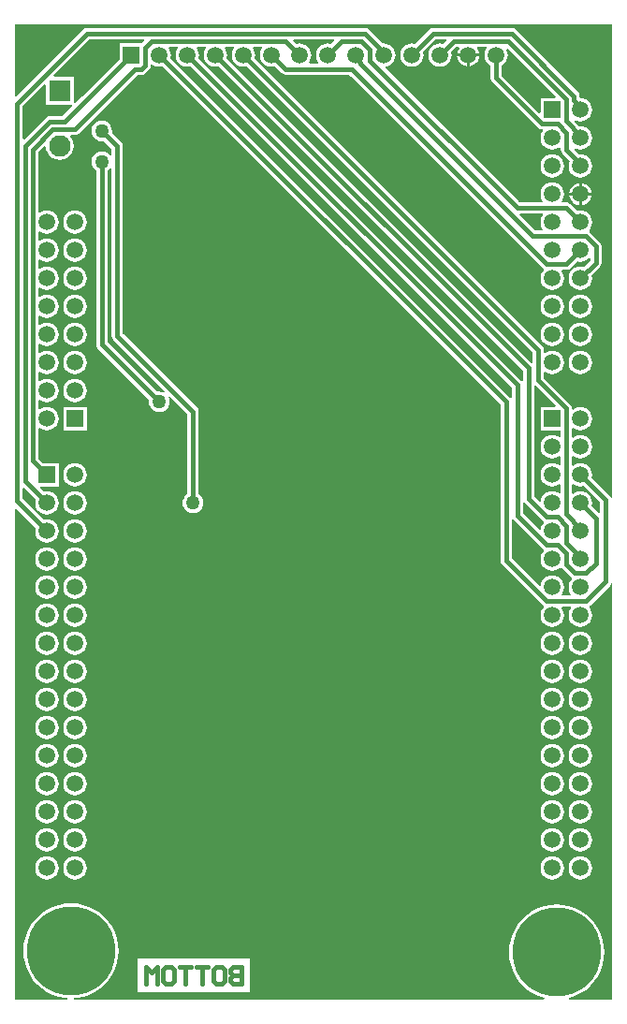
<source format=gbl>
G04*
G04 #@! TF.GenerationSoftware,Altium Limited,Altium Designer,20.0.13 (296)*
G04*
G04 Layer_Physical_Order=2*
G04 Layer_Color=16711680*
%FSLAX25Y25*%
%MOIN*%
G70*
G01*
G75*
%ADD24C,0.01600*%
%ADD25C,0.01787*%
%ADD26C,0.05906*%
%ADD27R,0.05906X0.05906*%
%ADD28R,0.05906X0.05906*%
%ADD29R,0.07677X0.07677*%
%ADD30C,0.07677*%
%ADD31C,0.31496*%
%ADD32C,0.05000*%
G36*
X115376Y343233D02*
X114144Y342001D01*
X114079Y342027D01*
X113000Y342169D01*
X111921Y342027D01*
X110915Y341611D01*
X110052Y340948D01*
X109389Y340085D01*
X108973Y339079D01*
X108830Y338000D01*
X108973Y336921D01*
X109389Y335915D01*
X109681Y335535D01*
X109460Y335086D01*
X106540D01*
X106319Y335535D01*
X106611Y335915D01*
X107027Y336921D01*
X107169Y338000D01*
X107027Y339079D01*
X106611Y340085D01*
X105948Y340948D01*
X105085Y341611D01*
X104079Y342027D01*
X103000Y342169D01*
X101921Y342027D01*
X101856Y342001D01*
X100624Y343233D01*
X100815Y343695D01*
X115185D01*
X115376Y343233D01*
D02*
G37*
G36*
X47814D02*
X46714Y342134D01*
X38866D01*
Y336723D01*
X25529Y323386D01*
X25529Y323386D01*
X22982Y320838D01*
X22520Y321030D01*
Y330362D01*
X15551D01*
X15359Y330824D01*
X28230Y343695D01*
X47622D01*
X47814Y343233D01*
D02*
G37*
G36*
X12480Y327292D02*
Y320323D01*
X21771D01*
X21966Y319823D01*
X18422Y316278D01*
X13938D01*
X13164Y316124D01*
X12509Y315687D01*
X4863Y308040D01*
X4401Y308232D01*
Y319866D01*
X12018Y327483D01*
X12480Y327292D01*
D02*
G37*
G36*
X50915Y334389D02*
X51921Y333973D01*
X53000Y333830D01*
X54079Y333973D01*
X54144Y333999D01*
X174480Y213663D01*
Y158022D01*
X174634Y157249D01*
X175072Y156594D01*
X189528Y142138D01*
X189849Y141923D01*
X189900Y141804D01*
X189923Y141281D01*
X189389Y140585D01*
X188973Y139579D01*
X188830Y138500D01*
X188973Y137421D01*
X189389Y136415D01*
X190052Y135552D01*
X190915Y134889D01*
X191921Y134473D01*
X193000Y134330D01*
X194079Y134473D01*
X195085Y134889D01*
X195948Y135552D01*
X196611Y136415D01*
X197027Y137421D01*
X197169Y138500D01*
X197027Y139579D01*
X196611Y140585D01*
X196308Y140980D01*
X196554Y141480D01*
X199446D01*
X199692Y140980D01*
X199389Y140585D01*
X198973Y139579D01*
X198830Y138500D01*
X198973Y137421D01*
X199389Y136415D01*
X200052Y135552D01*
X200915Y134889D01*
X201921Y134473D01*
X203000Y134330D01*
X204079Y134473D01*
X205085Y134889D01*
X205948Y135552D01*
X206611Y136415D01*
X207027Y137421D01*
X207170Y138500D01*
X207027Y139579D01*
X206611Y140585D01*
X206100Y141251D01*
X206130Y141811D01*
X206176Y141903D01*
X206428Y142072D01*
X213428Y149072D01*
X213866Y149727D01*
X213888Y149836D01*
X214388Y149787D01*
Y49500D01*
Y1612D01*
X198937D01*
X198888Y2112D01*
X198891Y2113D01*
X200992Y2826D01*
X202983Y3808D01*
X204828Y5040D01*
X206496Y6504D01*
X207960Y8172D01*
X209192Y10017D01*
X210174Y12008D01*
X210887Y14109D01*
X211320Y16286D01*
X211466Y18500D01*
X211320Y20714D01*
X210887Y22891D01*
X210174Y24992D01*
X209192Y26983D01*
X207960Y28828D01*
X206496Y30496D01*
X204828Y31960D01*
X202983Y33193D01*
X200992Y34174D01*
X198891Y34887D01*
X196714Y35320D01*
X194500Y35465D01*
X192286Y35320D01*
X190109Y34887D01*
X188008Y34174D01*
X186017Y33193D01*
X184172Y31960D01*
X182504Y30496D01*
X181040Y28828D01*
X179807Y26983D01*
X178826Y24992D01*
X178113Y22891D01*
X177680Y20714D01*
X177534Y18500D01*
X177680Y16286D01*
X178113Y14109D01*
X178826Y12008D01*
X179807Y10017D01*
X181040Y8172D01*
X182504Y6504D01*
X184172Y5040D01*
X186017Y3808D01*
X188008Y2826D01*
X190109Y2113D01*
X190112Y2112D01*
X190062Y1612D01*
X22699D01*
X22683Y2112D01*
X23714Y2180D01*
X25891Y2613D01*
X27992Y3326D01*
X29983Y4307D01*
X31828Y5540D01*
X33496Y7004D01*
X34960Y8672D01*
X36193Y10517D01*
X37174Y12508D01*
X37887Y14609D01*
X38320Y16786D01*
X38465Y19000D01*
X38320Y21214D01*
X37887Y23391D01*
X37174Y25492D01*
X36193Y27483D01*
X34960Y29328D01*
X33496Y30996D01*
X31828Y32460D01*
X29983Y33692D01*
X27992Y34674D01*
X25891Y35387D01*
X23714Y35820D01*
X21500Y35965D01*
X19286Y35820D01*
X17109Y35387D01*
X15008Y34674D01*
X13017Y33692D01*
X11172Y32460D01*
X9504Y30996D01*
X8040Y29328D01*
X6808Y27483D01*
X5826Y25492D01*
X5113Y23391D01*
X4680Y21214D01*
X4535Y19000D01*
X4680Y16786D01*
X5113Y14609D01*
X5826Y12508D01*
X6808Y10517D01*
X8040Y8672D01*
X9504Y7004D01*
X11172Y5540D01*
X13017Y4307D01*
X15008Y3326D01*
X17109Y2613D01*
X19286Y2180D01*
X20317Y2112D01*
X20301Y1612D01*
X1612D01*
Y176378D01*
X2074Y176569D01*
X8999Y169644D01*
X8973Y169579D01*
X8830Y168500D01*
X8973Y167421D01*
X9389Y166415D01*
X10052Y165552D01*
X10915Y164889D01*
X11921Y164473D01*
X13000Y164330D01*
X14079Y164473D01*
X15085Y164889D01*
X15948Y165552D01*
X16611Y166415D01*
X17027Y167421D01*
X17169Y168500D01*
X17027Y169579D01*
X16611Y170585D01*
X15948Y171448D01*
X15085Y172111D01*
X14079Y172527D01*
X13000Y172669D01*
X11921Y172527D01*
X11856Y172501D01*
X4401Y179956D01*
Y183589D01*
X4863Y183781D01*
X8999Y179644D01*
X8973Y179579D01*
X8830Y178500D01*
X8973Y177421D01*
X9389Y176415D01*
X10052Y175552D01*
X10915Y174889D01*
X11921Y174473D01*
X13000Y174330D01*
X14079Y174473D01*
X15085Y174889D01*
X15948Y175552D01*
X16611Y176415D01*
X17027Y177421D01*
X17169Y178500D01*
X17027Y179579D01*
X16611Y180585D01*
X15948Y181448D01*
X15085Y182111D01*
X14079Y182527D01*
X13000Y182669D01*
X11921Y182527D01*
X11856Y182501D01*
X10452Y183904D01*
X10644Y184366D01*
X17134D01*
Y192634D01*
X11723D01*
X10020Y194337D01*
Y204946D01*
X10520Y205192D01*
X10915Y204889D01*
X11921Y204473D01*
X13000Y204330D01*
X14079Y204473D01*
X15085Y204889D01*
X15948Y205552D01*
X16611Y206415D01*
X17027Y207421D01*
X17169Y208500D01*
X17027Y209579D01*
X16611Y210585D01*
X15948Y211448D01*
X15085Y212111D01*
X14079Y212527D01*
X13000Y212669D01*
X11921Y212527D01*
X10915Y212111D01*
X10520Y211808D01*
X10020Y212054D01*
Y214946D01*
X10520Y215192D01*
X10915Y214889D01*
X11921Y214473D01*
X13000Y214331D01*
X14079Y214473D01*
X15085Y214889D01*
X15948Y215552D01*
X16611Y216415D01*
X17027Y217421D01*
X17169Y218500D01*
X17027Y219579D01*
X16611Y220585D01*
X15948Y221448D01*
X15085Y222111D01*
X14079Y222527D01*
X13000Y222670D01*
X11921Y222527D01*
X10915Y222111D01*
X10520Y221808D01*
X10020Y222054D01*
Y224946D01*
X10520Y225192D01*
X10915Y224889D01*
X11921Y224473D01*
X13000Y224330D01*
X14079Y224473D01*
X15085Y224889D01*
X15948Y225552D01*
X16611Y226415D01*
X17027Y227421D01*
X17169Y228500D01*
X17027Y229579D01*
X16611Y230585D01*
X15948Y231448D01*
X15085Y232111D01*
X14079Y232527D01*
X13000Y232669D01*
X11921Y232527D01*
X10915Y232111D01*
X10520Y231808D01*
X10020Y232054D01*
Y234946D01*
X10520Y235192D01*
X10915Y234889D01*
X11921Y234473D01*
X13000Y234331D01*
X14079Y234473D01*
X15085Y234889D01*
X15948Y235552D01*
X16611Y236415D01*
X17027Y237421D01*
X17169Y238500D01*
X17027Y239579D01*
X16611Y240585D01*
X15948Y241448D01*
X15085Y242111D01*
X14079Y242527D01*
X13000Y242670D01*
X11921Y242527D01*
X10915Y242111D01*
X10520Y241808D01*
X10020Y242054D01*
Y244946D01*
X10520Y245192D01*
X10915Y244889D01*
X11921Y244473D01*
X13000Y244331D01*
X14079Y244473D01*
X15085Y244889D01*
X15948Y245552D01*
X16611Y246415D01*
X17027Y247421D01*
X17169Y248500D01*
X17027Y249579D01*
X16611Y250585D01*
X15948Y251448D01*
X15085Y252111D01*
X14079Y252527D01*
X13000Y252670D01*
X11921Y252527D01*
X10915Y252111D01*
X10520Y251808D01*
X10020Y252054D01*
Y254946D01*
X10520Y255192D01*
X10915Y254889D01*
X11921Y254473D01*
X13000Y254330D01*
X14079Y254473D01*
X15085Y254889D01*
X15948Y255552D01*
X16611Y256415D01*
X17027Y257421D01*
X17169Y258500D01*
X17027Y259579D01*
X16611Y260585D01*
X15948Y261448D01*
X15085Y262111D01*
X14079Y262527D01*
X13000Y262669D01*
X11921Y262527D01*
X10915Y262111D01*
X10520Y261808D01*
X10020Y262054D01*
Y264946D01*
X10520Y265192D01*
X10915Y264889D01*
X11921Y264473D01*
X13000Y264331D01*
X14079Y264473D01*
X15085Y264889D01*
X15948Y265552D01*
X16611Y266415D01*
X17027Y267421D01*
X17169Y268500D01*
X17027Y269579D01*
X16611Y270585D01*
X15948Y271448D01*
X15085Y272111D01*
X14079Y272527D01*
X13000Y272670D01*
X11921Y272527D01*
X10915Y272111D01*
X10520Y271808D01*
X10020Y272054D01*
Y274946D01*
X10520Y275192D01*
X10915Y274889D01*
X11921Y274473D01*
X13000Y274330D01*
X14079Y274473D01*
X15085Y274889D01*
X15948Y275552D01*
X16611Y276415D01*
X17027Y277421D01*
X17169Y278500D01*
X17027Y279579D01*
X16611Y280585D01*
X15948Y281448D01*
X15085Y282111D01*
X14079Y282527D01*
X13000Y282669D01*
X11921Y282527D01*
X10915Y282111D01*
X10520Y281808D01*
X10020Y282054D01*
Y303551D01*
X11955Y305486D01*
X12483Y305307D01*
X12609Y304347D01*
X13115Y303126D01*
X13920Y302077D01*
X14968Y301273D01*
X16190Y300767D01*
X17500Y300594D01*
X18810Y300767D01*
X20031Y301273D01*
X21080Y302077D01*
X21885Y303126D01*
X22390Y304347D01*
X22563Y305658D01*
X22390Y306968D01*
X21885Y308189D01*
X21295Y308957D01*
X21542Y309457D01*
X22977D01*
X23750Y309611D01*
X24406Y310049D01*
X45200Y330843D01*
X46571D01*
X47344Y330997D01*
X47999Y331435D01*
X49428Y332864D01*
X49866Y333520D01*
X50020Y334293D01*
Y334446D01*
X50520Y334692D01*
X50915Y334389D01*
D02*
G37*
G36*
X189743Y281046D02*
X189389Y280585D01*
X188973Y279579D01*
X188830Y278500D01*
X188973Y277421D01*
X189389Y276415D01*
X189681Y276034D01*
X189460Y275586D01*
X186770D01*
X181272Y281084D01*
X181464Y281546D01*
X189497D01*
X189743Y281046D01*
D02*
G37*
G36*
X214388Y347500D02*
Y180213D01*
X213888Y180164D01*
X213866Y180273D01*
X213428Y180928D01*
X207001Y187356D01*
X207027Y187421D01*
X207170Y188500D01*
X207027Y189579D01*
X206611Y190585D01*
X205948Y191448D01*
X205085Y192111D01*
X204079Y192527D01*
X203000Y192669D01*
X201921Y192527D01*
X200915Y192111D01*
X200454Y191757D01*
X199954Y192003D01*
Y194997D01*
X200454Y195243D01*
X200915Y194889D01*
X201921Y194473D01*
X203000Y194331D01*
X204079Y194473D01*
X205085Y194889D01*
X205948Y195552D01*
X206611Y196415D01*
X207027Y197421D01*
X207170Y198500D01*
X207027Y199579D01*
X206611Y200585D01*
X205948Y201448D01*
X205085Y202111D01*
X204079Y202527D01*
X203000Y202670D01*
X201921Y202527D01*
X200915Y202111D01*
X200454Y201757D01*
X199954Y202003D01*
Y204997D01*
X200454Y205243D01*
X200915Y204889D01*
X201921Y204473D01*
X203000Y204330D01*
X204079Y204473D01*
X205085Y204889D01*
X205948Y205552D01*
X206611Y206415D01*
X207027Y207421D01*
X207170Y208500D01*
X207027Y209579D01*
X206611Y210585D01*
X205948Y211448D01*
X205085Y212111D01*
X204079Y212527D01*
X203000Y212669D01*
X201921Y212527D01*
X200915Y212111D01*
X200454Y211757D01*
X199954Y212003D01*
Y212273D01*
X199800Y213046D01*
X199362Y213702D01*
X190086Y222978D01*
Y224960D01*
X190534Y225181D01*
X190915Y224889D01*
X191921Y224473D01*
X193000Y224330D01*
X194079Y224473D01*
X195085Y224889D01*
X195948Y225552D01*
X196611Y226415D01*
X197027Y227421D01*
X197169Y228500D01*
X197027Y229579D01*
X196611Y230585D01*
X195948Y231448D01*
X195085Y232111D01*
X194079Y232527D01*
X193000Y232669D01*
X191921Y232527D01*
X190915Y232111D01*
X190534Y231819D01*
X190086Y232040D01*
Y232934D01*
X189932Y233707D01*
X189494Y234362D01*
X87001Y336856D01*
X87027Y336921D01*
X87169Y338000D01*
X87027Y339079D01*
X86611Y340085D01*
X86319Y340465D01*
X86540Y340914D01*
X89460D01*
X89681Y340465D01*
X89389Y340085D01*
X88973Y339079D01*
X88831Y338000D01*
X88973Y336921D01*
X89389Y335915D01*
X90052Y335052D01*
X90915Y334389D01*
X91921Y333973D01*
X93000Y333830D01*
X94079Y333973D01*
X94144Y333999D01*
X96506Y331638D01*
X97161Y331200D01*
X97934Y331046D01*
X120620D01*
X189528Y262138D01*
X189849Y261923D01*
X189900Y261804D01*
X189923Y261281D01*
X189389Y260585D01*
X188973Y259579D01*
X188830Y258500D01*
X188973Y257421D01*
X189389Y256415D01*
X190052Y255552D01*
X190915Y254889D01*
X191921Y254473D01*
X193000Y254330D01*
X194079Y254473D01*
X195085Y254889D01*
X195948Y255552D01*
X196611Y256415D01*
X197027Y257421D01*
X197169Y258500D01*
X197027Y259579D01*
X196611Y260585D01*
X196257Y261046D01*
X196503Y261546D01*
X198066D01*
X198839Y261700D01*
X199494Y262138D01*
X201856Y264499D01*
X201921Y264473D01*
X203000Y264331D01*
X204079Y264473D01*
X205085Y264889D01*
X205948Y265552D01*
X206007Y265628D01*
X206480Y265467D01*
Y264837D01*
X204144Y262501D01*
X204079Y262527D01*
X203000Y262669D01*
X201921Y262527D01*
X200915Y262111D01*
X200052Y261448D01*
X199389Y260585D01*
X198973Y259579D01*
X198830Y258500D01*
X198973Y257421D01*
X199389Y256415D01*
X200052Y255552D01*
X200915Y254889D01*
X201921Y254473D01*
X203000Y254330D01*
X204079Y254473D01*
X205085Y254889D01*
X205948Y255552D01*
X206611Y256415D01*
X207027Y257421D01*
X207170Y258500D01*
X207027Y259579D01*
X207001Y259644D01*
X209928Y262572D01*
X210366Y263227D01*
X210520Y264000D01*
Y269977D01*
X210366Y270750D01*
X209928Y271406D01*
X206340Y274994D01*
X206139Y275129D01*
X206103Y275754D01*
X206611Y276415D01*
X207027Y277421D01*
X207170Y278500D01*
X207027Y279579D01*
X206611Y280585D01*
X205948Y281448D01*
X205085Y282111D01*
X204079Y282527D01*
X203000Y282669D01*
X201921Y282527D01*
X201856Y282501D01*
X199362Y284994D01*
X198707Y285432D01*
X197934Y285586D01*
X196540D01*
X196319Y286034D01*
X196611Y286415D01*
X197027Y287421D01*
X197169Y288500D01*
X197027Y289579D01*
X196611Y290585D01*
X195948Y291448D01*
X195085Y292111D01*
X194079Y292527D01*
X193000Y292670D01*
X191921Y292527D01*
X190915Y292111D01*
X190052Y291448D01*
X189389Y290585D01*
X188973Y289579D01*
X188830Y288500D01*
X188973Y287421D01*
X189389Y286415D01*
X189681Y286034D01*
X189460Y285586D01*
X181293D01*
X133443Y333436D01*
X133603Y333910D01*
X134079Y333973D01*
X135085Y334389D01*
X135948Y335052D01*
X136611Y335915D01*
X137027Y336921D01*
X137170Y338000D01*
X137027Y339079D01*
X136611Y340085D01*
X135948Y340948D01*
X135085Y341611D01*
X134079Y342027D01*
X133000Y342169D01*
X132644Y342123D01*
X127624Y347143D01*
X126969Y347581D01*
X126196Y347735D01*
X27394D01*
X26621Y347581D01*
X25965Y347143D01*
X2074Y323252D01*
X1612Y323443D01*
Y347500D01*
Y348888D01*
X214388D01*
Y347500D01*
D02*
G37*
G36*
X79681Y340465D02*
X79389Y340085D01*
X78973Y339079D01*
X78830Y338000D01*
X78973Y336921D01*
X79389Y335915D01*
X80052Y335052D01*
X80915Y334389D01*
X81921Y333973D01*
X83000Y333830D01*
X84079Y333973D01*
X84144Y333999D01*
X186046Y232097D01*
Y228518D01*
X185546Y228310D01*
X77001Y336856D01*
X77027Y336921D01*
X77170Y338000D01*
X77027Y339079D01*
X76611Y340085D01*
X76319Y340465D01*
X76540Y340914D01*
X79460D01*
X79681Y340465D01*
D02*
G37*
G36*
X69681D02*
X69389Y340085D01*
X68973Y339079D01*
X68831Y338000D01*
X68973Y336921D01*
X69389Y335915D01*
X70052Y335052D01*
X70915Y334389D01*
X71921Y333973D01*
X73000Y333830D01*
X74079Y333973D01*
X74144Y333999D01*
X182480Y225663D01*
Y222002D01*
X181980Y221851D01*
X181928Y221928D01*
X67001Y336856D01*
X67027Y336921D01*
X67169Y338000D01*
X67027Y339079D01*
X66611Y340085D01*
X66319Y340465D01*
X66540Y340914D01*
X69460D01*
X69681Y340465D01*
D02*
G37*
G36*
X59681D02*
X59389Y340085D01*
X58973Y339079D01*
X58830Y338000D01*
X58973Y336921D01*
X59389Y335915D01*
X60052Y335052D01*
X60915Y334389D01*
X61921Y333973D01*
X63000Y333830D01*
X64079Y333973D01*
X64144Y333999D01*
X178480Y219663D01*
Y216002D01*
X177980Y215851D01*
X177928Y215928D01*
X57001Y336856D01*
X57027Y336921D01*
X57170Y338000D01*
X57027Y339079D01*
X56611Y340085D01*
X56319Y340465D01*
X56540Y340914D01*
X59460D01*
X59681Y340465D01*
D02*
G37*
G36*
X194255Y213096D02*
X194063Y212634D01*
X188866D01*
Y204366D01*
X195914D01*
Y202040D01*
X195466Y201819D01*
X195085Y202111D01*
X194079Y202527D01*
X193000Y202670D01*
X191921Y202527D01*
X190915Y202111D01*
X190052Y201448D01*
X189389Y200585D01*
X188973Y199579D01*
X188830Y198500D01*
X188973Y197421D01*
X189389Y196415D01*
X190052Y195552D01*
X190915Y194889D01*
X191921Y194473D01*
X193000Y194331D01*
X194079Y194473D01*
X195085Y194889D01*
X195466Y195181D01*
X195914Y194960D01*
Y192040D01*
X195466Y191819D01*
X195085Y192111D01*
X194079Y192527D01*
X193000Y192669D01*
X191921Y192527D01*
X190915Y192111D01*
X190052Y191448D01*
X189389Y190585D01*
X188973Y189579D01*
X188830Y188500D01*
X188973Y187421D01*
X189389Y186415D01*
X190052Y185552D01*
X190915Y184889D01*
X191921Y184473D01*
X193000Y184330D01*
X194079Y184473D01*
X195085Y184889D01*
X195466Y185181D01*
X195914Y184960D01*
Y182040D01*
X195466Y181819D01*
X195085Y182111D01*
X194079Y182527D01*
X193000Y182669D01*
X191921Y182527D01*
X190915Y182111D01*
X190052Y181448D01*
X189389Y180585D01*
X188973Y179579D01*
X188910Y179103D01*
X188436Y178943D01*
X186520Y180859D01*
Y220124D01*
X187020Y220331D01*
X194255Y213096D01*
D02*
G37*
G36*
X200915Y184889D02*
X201921Y184473D01*
X203000Y184330D01*
X204079Y184473D01*
X204144Y184499D01*
X209980Y178663D01*
Y175084D01*
X209480Y174876D01*
X207001Y177356D01*
X207027Y177421D01*
X207170Y178500D01*
X207027Y179579D01*
X206611Y180585D01*
X205948Y181448D01*
X205085Y182111D01*
X204079Y182527D01*
X203000Y182669D01*
X201921Y182527D01*
X200915Y182111D01*
X200454Y181757D01*
X199954Y182003D01*
Y184997D01*
X200454Y185243D01*
X200915Y184889D01*
D02*
G37*
G36*
X183072Y178594D02*
X189528Y172138D01*
X189849Y171923D01*
X189900Y171804D01*
X189923Y171281D01*
X189389Y170585D01*
X188973Y169579D01*
X188910Y169103D01*
X188436Y168943D01*
X182520Y174859D01*
Y178520D01*
X183020Y178672D01*
X183072Y178594D01*
D02*
G37*
G36*
X179072Y172594D02*
X189528Y162138D01*
X189849Y161923D01*
X189900Y161804D01*
X189923Y161281D01*
X189389Y160585D01*
X188973Y159579D01*
X188830Y158500D01*
X188973Y157421D01*
X189389Y156415D01*
X190052Y155552D01*
X190915Y154889D01*
X191921Y154473D01*
X193000Y154331D01*
X194079Y154473D01*
X195085Y154889D01*
X195746Y155397D01*
X196372Y155361D01*
X196506Y155160D01*
X199528Y152138D01*
X199849Y151923D01*
X199900Y151804D01*
X199923Y151281D01*
X199389Y150585D01*
X198973Y149579D01*
X198830Y148500D01*
X198973Y147421D01*
X199389Y146415D01*
X199692Y146020D01*
X199446Y145520D01*
X196554D01*
X196308Y146020D01*
X196611Y146415D01*
X197027Y147421D01*
X197169Y148500D01*
X197027Y149579D01*
X196611Y150585D01*
X195948Y151448D01*
X195085Y152111D01*
X194079Y152527D01*
X193000Y152670D01*
X191921Y152527D01*
X190915Y152111D01*
X190052Y151448D01*
X189389Y150585D01*
X188973Y149579D01*
X188910Y149103D01*
X188436Y148943D01*
X178520Y158859D01*
Y172520D01*
X179020Y172672D01*
X179072Y172594D01*
D02*
G37*
%LPC*%
G36*
X32500Y314713D02*
X31539Y314586D01*
X30644Y314215D01*
X29875Y313625D01*
X29285Y312856D01*
X28914Y311961D01*
X28787Y311000D01*
X28914Y310039D01*
X29285Y309144D01*
X29875Y308375D01*
X30644Y307785D01*
X31539Y307414D01*
X32500Y307287D01*
X33257Y307387D01*
X35980Y304663D01*
Y302333D01*
X35480Y302163D01*
X35125Y302625D01*
X34356Y303215D01*
X33461Y303586D01*
X32500Y303713D01*
X31539Y303586D01*
X30644Y303215D01*
X29875Y302625D01*
X29285Y301856D01*
X28914Y300961D01*
X28787Y300000D01*
X28914Y299039D01*
X29285Y298144D01*
X29875Y297375D01*
X30480Y296910D01*
Y235000D01*
X30634Y234227D01*
X31072Y233572D01*
X49387Y215257D01*
X49287Y214500D01*
X49414Y213539D01*
X49785Y212644D01*
X50375Y211875D01*
X51144Y211285D01*
X52039Y210914D01*
X53000Y210787D01*
X53961Y210914D01*
X54856Y211285D01*
X55625Y211875D01*
X56215Y212644D01*
X56586Y213539D01*
X56713Y214500D01*
X56586Y215461D01*
X56311Y216125D01*
X56735Y216408D01*
X62980Y210163D01*
Y181590D01*
X62375Y181125D01*
X61785Y180356D01*
X61414Y179461D01*
X61287Y178500D01*
X61414Y177539D01*
X61785Y176644D01*
X62375Y175875D01*
X63144Y175285D01*
X64039Y174914D01*
X65000Y174787D01*
X65961Y174914D01*
X66856Y175285D01*
X67625Y175875D01*
X68215Y176644D01*
X68586Y177539D01*
X68713Y178500D01*
X68586Y179461D01*
X68215Y180356D01*
X67625Y181125D01*
X67020Y181590D01*
Y211000D01*
X66866Y211773D01*
X66428Y212428D01*
X40020Y238837D01*
Y305500D01*
X39866Y306273D01*
X39428Y306928D01*
X36113Y310243D01*
X36213Y311000D01*
X36086Y311961D01*
X35715Y312856D01*
X35125Y313625D01*
X34356Y314215D01*
X33461Y314586D01*
X32500Y314713D01*
D02*
G37*
G36*
X23000Y282669D02*
X21921Y282527D01*
X20915Y282111D01*
X20052Y281448D01*
X19389Y280585D01*
X18973Y279579D01*
X18831Y278500D01*
X18973Y277421D01*
X19389Y276415D01*
X20052Y275552D01*
X20915Y274889D01*
X21921Y274473D01*
X23000Y274330D01*
X24079Y274473D01*
X25085Y274889D01*
X25948Y275552D01*
X26611Y276415D01*
X27027Y277421D01*
X27169Y278500D01*
X27027Y279579D01*
X26611Y280585D01*
X25948Y281448D01*
X25085Y282111D01*
X24079Y282527D01*
X23000Y282669D01*
D02*
G37*
G36*
Y272670D02*
X21921Y272527D01*
X20915Y272111D01*
X20052Y271448D01*
X19389Y270585D01*
X18973Y269579D01*
X18831Y268500D01*
X18973Y267421D01*
X19389Y266415D01*
X20052Y265552D01*
X20915Y264889D01*
X21921Y264473D01*
X23000Y264331D01*
X24079Y264473D01*
X25085Y264889D01*
X25948Y265552D01*
X26611Y266415D01*
X27027Y267421D01*
X27169Y268500D01*
X27027Y269579D01*
X26611Y270585D01*
X25948Y271448D01*
X25085Y272111D01*
X24079Y272527D01*
X23000Y272670D01*
D02*
G37*
G36*
Y262669D02*
X21921Y262527D01*
X20915Y262111D01*
X20052Y261448D01*
X19389Y260585D01*
X18973Y259579D01*
X18831Y258500D01*
X18973Y257421D01*
X19389Y256415D01*
X20052Y255552D01*
X20915Y254889D01*
X21921Y254473D01*
X23000Y254330D01*
X24079Y254473D01*
X25085Y254889D01*
X25948Y255552D01*
X26611Y256415D01*
X27027Y257421D01*
X27169Y258500D01*
X27027Y259579D01*
X26611Y260585D01*
X25948Y261448D01*
X25085Y262111D01*
X24079Y262527D01*
X23000Y262669D01*
D02*
G37*
G36*
Y252670D02*
X21921Y252527D01*
X20915Y252111D01*
X20052Y251448D01*
X19389Y250585D01*
X18973Y249579D01*
X18831Y248500D01*
X18973Y247421D01*
X19389Y246415D01*
X20052Y245552D01*
X20915Y244889D01*
X21921Y244473D01*
X23000Y244331D01*
X24079Y244473D01*
X25085Y244889D01*
X25948Y245552D01*
X26611Y246415D01*
X27027Y247421D01*
X27169Y248500D01*
X27027Y249579D01*
X26611Y250585D01*
X25948Y251448D01*
X25085Y252111D01*
X24079Y252527D01*
X23000Y252670D01*
D02*
G37*
G36*
Y242670D02*
X21921Y242527D01*
X20915Y242111D01*
X20052Y241448D01*
X19389Y240585D01*
X18973Y239579D01*
X18831Y238500D01*
X18973Y237421D01*
X19389Y236415D01*
X20052Y235552D01*
X20915Y234889D01*
X21921Y234473D01*
X23000Y234331D01*
X24079Y234473D01*
X25085Y234889D01*
X25948Y235552D01*
X26611Y236415D01*
X27027Y237421D01*
X27169Y238500D01*
X27027Y239579D01*
X26611Y240585D01*
X25948Y241448D01*
X25085Y242111D01*
X24079Y242527D01*
X23000Y242670D01*
D02*
G37*
G36*
Y232669D02*
X21921Y232527D01*
X20915Y232111D01*
X20052Y231448D01*
X19389Y230585D01*
X18973Y229579D01*
X18831Y228500D01*
X18973Y227421D01*
X19389Y226415D01*
X20052Y225552D01*
X20915Y224889D01*
X21921Y224473D01*
X23000Y224330D01*
X24079Y224473D01*
X25085Y224889D01*
X25948Y225552D01*
X26611Y226415D01*
X27027Y227421D01*
X27169Y228500D01*
X27027Y229579D01*
X26611Y230585D01*
X25948Y231448D01*
X25085Y232111D01*
X24079Y232527D01*
X23000Y232669D01*
D02*
G37*
G36*
Y222670D02*
X21921Y222527D01*
X20915Y222111D01*
X20052Y221448D01*
X19389Y220585D01*
X18973Y219579D01*
X18831Y218500D01*
X18973Y217421D01*
X19389Y216415D01*
X20052Y215552D01*
X20915Y214889D01*
X21921Y214473D01*
X23000Y214331D01*
X24079Y214473D01*
X25085Y214889D01*
X25948Y215552D01*
X26611Y216415D01*
X27027Y217421D01*
X27169Y218500D01*
X27027Y219579D01*
X26611Y220585D01*
X25948Y221448D01*
X25085Y222111D01*
X24079Y222527D01*
X23000Y222670D01*
D02*
G37*
G36*
X27134Y212634D02*
X18866D01*
Y204366D01*
X27134D01*
Y212634D01*
D02*
G37*
G36*
X23000Y192669D02*
X21921Y192527D01*
X20915Y192111D01*
X20052Y191448D01*
X19389Y190585D01*
X18973Y189579D01*
X18831Y188500D01*
X18973Y187421D01*
X19389Y186415D01*
X20052Y185552D01*
X20915Y184889D01*
X21921Y184473D01*
X23000Y184330D01*
X24079Y184473D01*
X25085Y184889D01*
X25948Y185552D01*
X26611Y186415D01*
X27027Y187421D01*
X27169Y188500D01*
X27027Y189579D01*
X26611Y190585D01*
X25948Y191448D01*
X25085Y192111D01*
X24079Y192527D01*
X23000Y192669D01*
D02*
G37*
G36*
Y182669D02*
X21921Y182527D01*
X20915Y182111D01*
X20052Y181448D01*
X19389Y180585D01*
X18973Y179579D01*
X18831Y178500D01*
X18973Y177421D01*
X19389Y176415D01*
X20052Y175552D01*
X20915Y174889D01*
X21921Y174473D01*
X23000Y174330D01*
X24079Y174473D01*
X25085Y174889D01*
X25948Y175552D01*
X26611Y176415D01*
X27027Y177421D01*
X27169Y178500D01*
X27027Y179579D01*
X26611Y180585D01*
X25948Y181448D01*
X25085Y182111D01*
X24079Y182527D01*
X23000Y182669D01*
D02*
G37*
G36*
Y172669D02*
X21921Y172527D01*
X20915Y172111D01*
X20052Y171448D01*
X19389Y170585D01*
X18973Y169579D01*
X18831Y168500D01*
X18973Y167421D01*
X19389Y166415D01*
X20052Y165552D01*
X20915Y164889D01*
X21921Y164473D01*
X23000Y164330D01*
X24079Y164473D01*
X25085Y164889D01*
X25948Y165552D01*
X26611Y166415D01*
X27027Y167421D01*
X27169Y168500D01*
X27027Y169579D01*
X26611Y170585D01*
X25948Y171448D01*
X25085Y172111D01*
X24079Y172527D01*
X23000Y172669D01*
D02*
G37*
G36*
Y162670D02*
X21921Y162527D01*
X20915Y162111D01*
X20052Y161448D01*
X19389Y160585D01*
X18973Y159579D01*
X18831Y158500D01*
X18973Y157421D01*
X19389Y156415D01*
X20052Y155552D01*
X20915Y154889D01*
X21921Y154473D01*
X23000Y154331D01*
X24079Y154473D01*
X25085Y154889D01*
X25948Y155552D01*
X26611Y156415D01*
X27027Y157421D01*
X27169Y158500D01*
X27027Y159579D01*
X26611Y160585D01*
X25948Y161448D01*
X25085Y162111D01*
X24079Y162527D01*
X23000Y162670D01*
D02*
G37*
G36*
X13000D02*
X11921Y162527D01*
X10915Y162111D01*
X10052Y161448D01*
X9389Y160585D01*
X8973Y159579D01*
X8830Y158500D01*
X8973Y157421D01*
X9389Y156415D01*
X10052Y155552D01*
X10915Y154889D01*
X11921Y154473D01*
X13000Y154331D01*
X14079Y154473D01*
X15085Y154889D01*
X15948Y155552D01*
X16611Y156415D01*
X17027Y157421D01*
X17169Y158500D01*
X17027Y159579D01*
X16611Y160585D01*
X15948Y161448D01*
X15085Y162111D01*
X14079Y162527D01*
X13000Y162670D01*
D02*
G37*
G36*
X23000Y152670D02*
X21921Y152527D01*
X20915Y152111D01*
X20052Y151448D01*
X19389Y150585D01*
X18973Y149579D01*
X18831Y148500D01*
X18973Y147421D01*
X19389Y146415D01*
X20052Y145552D01*
X20915Y144889D01*
X21921Y144473D01*
X23000Y144331D01*
X24079Y144473D01*
X25085Y144889D01*
X25948Y145552D01*
X26611Y146415D01*
X27027Y147421D01*
X27169Y148500D01*
X27027Y149579D01*
X26611Y150585D01*
X25948Y151448D01*
X25085Y152111D01*
X24079Y152527D01*
X23000Y152670D01*
D02*
G37*
G36*
X13000D02*
X11921Y152527D01*
X10915Y152111D01*
X10052Y151448D01*
X9389Y150585D01*
X8973Y149579D01*
X8830Y148500D01*
X8973Y147421D01*
X9389Y146415D01*
X10052Y145552D01*
X10915Y144889D01*
X11921Y144473D01*
X13000Y144331D01*
X14079Y144473D01*
X15085Y144889D01*
X15948Y145552D01*
X16611Y146415D01*
X17027Y147421D01*
X17169Y148500D01*
X17027Y149579D01*
X16611Y150585D01*
X15948Y151448D01*
X15085Y152111D01*
X14079Y152527D01*
X13000Y152670D01*
D02*
G37*
G36*
X23000Y142669D02*
X21921Y142527D01*
X20915Y142111D01*
X20052Y141448D01*
X19389Y140585D01*
X18973Y139579D01*
X18831Y138500D01*
X18973Y137421D01*
X19389Y136415D01*
X20052Y135552D01*
X20915Y134889D01*
X21921Y134473D01*
X23000Y134330D01*
X24079Y134473D01*
X25085Y134889D01*
X25948Y135552D01*
X26611Y136415D01*
X27027Y137421D01*
X27169Y138500D01*
X27027Y139579D01*
X26611Y140585D01*
X25948Y141448D01*
X25085Y142111D01*
X24079Y142527D01*
X23000Y142669D01*
D02*
G37*
G36*
X13000D02*
X11921Y142527D01*
X10915Y142111D01*
X10052Y141448D01*
X9389Y140585D01*
X8973Y139579D01*
X8830Y138500D01*
X8973Y137421D01*
X9389Y136415D01*
X10052Y135552D01*
X10915Y134889D01*
X11921Y134473D01*
X13000Y134330D01*
X14079Y134473D01*
X15085Y134889D01*
X15948Y135552D01*
X16611Y136415D01*
X17027Y137421D01*
X17169Y138500D01*
X17027Y139579D01*
X16611Y140585D01*
X15948Y141448D01*
X15085Y142111D01*
X14079Y142527D01*
X13000Y142669D01*
D02*
G37*
G36*
X203000Y132669D02*
X201921Y132527D01*
X200915Y132111D01*
X200052Y131448D01*
X199389Y130585D01*
X198973Y129579D01*
X198830Y128500D01*
X198973Y127421D01*
X199389Y126415D01*
X200052Y125552D01*
X200915Y124889D01*
X201921Y124473D01*
X203000Y124330D01*
X204079Y124473D01*
X205085Y124889D01*
X205948Y125552D01*
X206611Y126415D01*
X207027Y127421D01*
X207170Y128500D01*
X207027Y129579D01*
X206611Y130585D01*
X205948Y131448D01*
X205085Y132111D01*
X204079Y132527D01*
X203000Y132669D01*
D02*
G37*
G36*
X193000D02*
X191921Y132527D01*
X190915Y132111D01*
X190052Y131448D01*
X189389Y130585D01*
X188973Y129579D01*
X188830Y128500D01*
X188973Y127421D01*
X189389Y126415D01*
X190052Y125552D01*
X190915Y124889D01*
X191921Y124473D01*
X193000Y124330D01*
X194079Y124473D01*
X195085Y124889D01*
X195948Y125552D01*
X196611Y126415D01*
X197027Y127421D01*
X197169Y128500D01*
X197027Y129579D01*
X196611Y130585D01*
X195948Y131448D01*
X195085Y132111D01*
X194079Y132527D01*
X193000Y132669D01*
D02*
G37*
G36*
X23000D02*
X21921Y132527D01*
X20915Y132111D01*
X20052Y131448D01*
X19389Y130585D01*
X18973Y129579D01*
X18831Y128500D01*
X18973Y127421D01*
X19389Y126415D01*
X20052Y125552D01*
X20915Y124889D01*
X21921Y124473D01*
X23000Y124330D01*
X24079Y124473D01*
X25085Y124889D01*
X25948Y125552D01*
X26611Y126415D01*
X27027Y127421D01*
X27169Y128500D01*
X27027Y129579D01*
X26611Y130585D01*
X25948Y131448D01*
X25085Y132111D01*
X24079Y132527D01*
X23000Y132669D01*
D02*
G37*
G36*
X13000D02*
X11921Y132527D01*
X10915Y132111D01*
X10052Y131448D01*
X9389Y130585D01*
X8973Y129579D01*
X8830Y128500D01*
X8973Y127421D01*
X9389Y126415D01*
X10052Y125552D01*
X10915Y124889D01*
X11921Y124473D01*
X13000Y124330D01*
X14079Y124473D01*
X15085Y124889D01*
X15948Y125552D01*
X16611Y126415D01*
X17027Y127421D01*
X17169Y128500D01*
X17027Y129579D01*
X16611Y130585D01*
X15948Y131448D01*
X15085Y132111D01*
X14079Y132527D01*
X13000Y132669D01*
D02*
G37*
G36*
X203000Y122669D02*
X201921Y122527D01*
X200915Y122111D01*
X200052Y121448D01*
X199389Y120585D01*
X198973Y119579D01*
X198830Y118500D01*
X198973Y117421D01*
X199389Y116415D01*
X200052Y115552D01*
X200915Y114889D01*
X201921Y114473D01*
X203000Y114330D01*
X204079Y114473D01*
X205085Y114889D01*
X205948Y115552D01*
X206611Y116415D01*
X207027Y117421D01*
X207170Y118500D01*
X207027Y119579D01*
X206611Y120585D01*
X205948Y121448D01*
X205085Y122111D01*
X204079Y122527D01*
X203000Y122669D01*
D02*
G37*
G36*
X193000D02*
X191921Y122527D01*
X190915Y122111D01*
X190052Y121448D01*
X189389Y120585D01*
X188973Y119579D01*
X188830Y118500D01*
X188973Y117421D01*
X189389Y116415D01*
X190052Y115552D01*
X190915Y114889D01*
X191921Y114473D01*
X193000Y114330D01*
X194079Y114473D01*
X195085Y114889D01*
X195948Y115552D01*
X196611Y116415D01*
X197027Y117421D01*
X197169Y118500D01*
X197027Y119579D01*
X196611Y120585D01*
X195948Y121448D01*
X195085Y122111D01*
X194079Y122527D01*
X193000Y122669D01*
D02*
G37*
G36*
X23000D02*
X21921Y122527D01*
X20915Y122111D01*
X20052Y121448D01*
X19389Y120585D01*
X18973Y119579D01*
X18831Y118500D01*
X18973Y117421D01*
X19389Y116415D01*
X20052Y115552D01*
X20915Y114889D01*
X21921Y114473D01*
X23000Y114330D01*
X24079Y114473D01*
X25085Y114889D01*
X25948Y115552D01*
X26611Y116415D01*
X27027Y117421D01*
X27169Y118500D01*
X27027Y119579D01*
X26611Y120585D01*
X25948Y121448D01*
X25085Y122111D01*
X24079Y122527D01*
X23000Y122669D01*
D02*
G37*
G36*
X13000D02*
X11921Y122527D01*
X10915Y122111D01*
X10052Y121448D01*
X9389Y120585D01*
X8973Y119579D01*
X8830Y118500D01*
X8973Y117421D01*
X9389Y116415D01*
X10052Y115552D01*
X10915Y114889D01*
X11921Y114473D01*
X13000Y114330D01*
X14079Y114473D01*
X15085Y114889D01*
X15948Y115552D01*
X16611Y116415D01*
X17027Y117421D01*
X17169Y118500D01*
X17027Y119579D01*
X16611Y120585D01*
X15948Y121448D01*
X15085Y122111D01*
X14079Y122527D01*
X13000Y122669D01*
D02*
G37*
G36*
X203000Y112670D02*
X201921Y112527D01*
X200915Y112111D01*
X200052Y111448D01*
X199389Y110585D01*
X198973Y109579D01*
X198830Y108500D01*
X198973Y107421D01*
X199389Y106415D01*
X200052Y105552D01*
X200915Y104889D01*
X201921Y104473D01*
X203000Y104331D01*
X204079Y104473D01*
X205085Y104889D01*
X205948Y105552D01*
X206611Y106415D01*
X207027Y107421D01*
X207170Y108500D01*
X207027Y109579D01*
X206611Y110585D01*
X205948Y111448D01*
X205085Y112111D01*
X204079Y112527D01*
X203000Y112670D01*
D02*
G37*
G36*
X193000D02*
X191921Y112527D01*
X190915Y112111D01*
X190052Y111448D01*
X189389Y110585D01*
X188973Y109579D01*
X188830Y108500D01*
X188973Y107421D01*
X189389Y106415D01*
X190052Y105552D01*
X190915Y104889D01*
X191921Y104473D01*
X193000Y104331D01*
X194079Y104473D01*
X195085Y104889D01*
X195948Y105552D01*
X196611Y106415D01*
X197027Y107421D01*
X197169Y108500D01*
X197027Y109579D01*
X196611Y110585D01*
X195948Y111448D01*
X195085Y112111D01*
X194079Y112527D01*
X193000Y112670D01*
D02*
G37*
G36*
X23000D02*
X21921Y112527D01*
X20915Y112111D01*
X20052Y111448D01*
X19389Y110585D01*
X18973Y109579D01*
X18831Y108500D01*
X18973Y107421D01*
X19389Y106415D01*
X20052Y105552D01*
X20915Y104889D01*
X21921Y104473D01*
X23000Y104331D01*
X24079Y104473D01*
X25085Y104889D01*
X25948Y105552D01*
X26611Y106415D01*
X27027Y107421D01*
X27169Y108500D01*
X27027Y109579D01*
X26611Y110585D01*
X25948Y111448D01*
X25085Y112111D01*
X24079Y112527D01*
X23000Y112670D01*
D02*
G37*
G36*
X13000D02*
X11921Y112527D01*
X10915Y112111D01*
X10052Y111448D01*
X9389Y110585D01*
X8973Y109579D01*
X8830Y108500D01*
X8973Y107421D01*
X9389Y106415D01*
X10052Y105552D01*
X10915Y104889D01*
X11921Y104473D01*
X13000Y104331D01*
X14079Y104473D01*
X15085Y104889D01*
X15948Y105552D01*
X16611Y106415D01*
X17027Y107421D01*
X17169Y108500D01*
X17027Y109579D01*
X16611Y110585D01*
X15948Y111448D01*
X15085Y112111D01*
X14079Y112527D01*
X13000Y112670D01*
D02*
G37*
G36*
X203000Y102670D02*
X201921Y102527D01*
X200915Y102111D01*
X200052Y101448D01*
X199389Y100585D01*
X198973Y99579D01*
X198830Y98500D01*
X198973Y97421D01*
X199389Y96415D01*
X200052Y95552D01*
X200915Y94889D01*
X201921Y94473D01*
X203000Y94331D01*
X204079Y94473D01*
X205085Y94889D01*
X205948Y95552D01*
X206611Y96415D01*
X207027Y97421D01*
X207170Y98500D01*
X207027Y99579D01*
X206611Y100585D01*
X205948Y101448D01*
X205085Y102111D01*
X204079Y102527D01*
X203000Y102670D01*
D02*
G37*
G36*
X193000D02*
X191921Y102527D01*
X190915Y102111D01*
X190052Y101448D01*
X189389Y100585D01*
X188973Y99579D01*
X188830Y98500D01*
X188973Y97421D01*
X189389Y96415D01*
X190052Y95552D01*
X190915Y94889D01*
X191921Y94473D01*
X193000Y94331D01*
X194079Y94473D01*
X195085Y94889D01*
X195948Y95552D01*
X196611Y96415D01*
X197027Y97421D01*
X197169Y98500D01*
X197027Y99579D01*
X196611Y100585D01*
X195948Y101448D01*
X195085Y102111D01*
X194079Y102527D01*
X193000Y102670D01*
D02*
G37*
G36*
X23000D02*
X21921Y102527D01*
X20915Y102111D01*
X20052Y101448D01*
X19389Y100585D01*
X18973Y99579D01*
X18831Y98500D01*
X18973Y97421D01*
X19389Y96415D01*
X20052Y95552D01*
X20915Y94889D01*
X21921Y94473D01*
X23000Y94331D01*
X24079Y94473D01*
X25085Y94889D01*
X25948Y95552D01*
X26611Y96415D01*
X27027Y97421D01*
X27169Y98500D01*
X27027Y99579D01*
X26611Y100585D01*
X25948Y101448D01*
X25085Y102111D01*
X24079Y102527D01*
X23000Y102670D01*
D02*
G37*
G36*
X13000D02*
X11921Y102527D01*
X10915Y102111D01*
X10052Y101448D01*
X9389Y100585D01*
X8973Y99579D01*
X8830Y98500D01*
X8973Y97421D01*
X9389Y96415D01*
X10052Y95552D01*
X10915Y94889D01*
X11921Y94473D01*
X13000Y94331D01*
X14079Y94473D01*
X15085Y94889D01*
X15948Y95552D01*
X16611Y96415D01*
X17027Y97421D01*
X17169Y98500D01*
X17027Y99579D01*
X16611Y100585D01*
X15948Y101448D01*
X15085Y102111D01*
X14079Y102527D01*
X13000Y102670D01*
D02*
G37*
G36*
X203000Y92669D02*
X201921Y92527D01*
X200915Y92111D01*
X200052Y91448D01*
X199389Y90585D01*
X198973Y89579D01*
X198830Y88500D01*
X198973Y87421D01*
X199389Y86415D01*
X200052Y85552D01*
X200915Y84889D01*
X201921Y84473D01*
X203000Y84330D01*
X204079Y84473D01*
X205085Y84889D01*
X205948Y85552D01*
X206611Y86415D01*
X207027Y87421D01*
X207170Y88500D01*
X207027Y89579D01*
X206611Y90585D01*
X205948Y91448D01*
X205085Y92111D01*
X204079Y92527D01*
X203000Y92669D01*
D02*
G37*
G36*
X193000D02*
X191921Y92527D01*
X190915Y92111D01*
X190052Y91448D01*
X189389Y90585D01*
X188973Y89579D01*
X188830Y88500D01*
X188973Y87421D01*
X189389Y86415D01*
X190052Y85552D01*
X190915Y84889D01*
X191921Y84473D01*
X193000Y84330D01*
X194079Y84473D01*
X195085Y84889D01*
X195948Y85552D01*
X196611Y86415D01*
X197027Y87421D01*
X197169Y88500D01*
X197027Y89579D01*
X196611Y90585D01*
X195948Y91448D01*
X195085Y92111D01*
X194079Y92527D01*
X193000Y92669D01*
D02*
G37*
G36*
X23000D02*
X21921Y92527D01*
X20915Y92111D01*
X20052Y91448D01*
X19389Y90585D01*
X18973Y89579D01*
X18831Y88500D01*
X18973Y87421D01*
X19389Y86415D01*
X20052Y85552D01*
X20915Y84889D01*
X21921Y84473D01*
X23000Y84330D01*
X24079Y84473D01*
X25085Y84889D01*
X25948Y85552D01*
X26611Y86415D01*
X27027Y87421D01*
X27169Y88500D01*
X27027Y89579D01*
X26611Y90585D01*
X25948Y91448D01*
X25085Y92111D01*
X24079Y92527D01*
X23000Y92669D01*
D02*
G37*
G36*
X13000D02*
X11921Y92527D01*
X10915Y92111D01*
X10052Y91448D01*
X9389Y90585D01*
X8973Y89579D01*
X8830Y88500D01*
X8973Y87421D01*
X9389Y86415D01*
X10052Y85552D01*
X10915Y84889D01*
X11921Y84473D01*
X13000Y84330D01*
X14079Y84473D01*
X15085Y84889D01*
X15948Y85552D01*
X16611Y86415D01*
X17027Y87421D01*
X17169Y88500D01*
X17027Y89579D01*
X16611Y90585D01*
X15948Y91448D01*
X15085Y92111D01*
X14079Y92527D01*
X13000Y92669D01*
D02*
G37*
G36*
X203000Y82670D02*
X201921Y82527D01*
X200915Y82111D01*
X200052Y81448D01*
X199389Y80585D01*
X198973Y79579D01*
X198830Y78500D01*
X198973Y77421D01*
X199389Y76415D01*
X200052Y75552D01*
X200915Y74889D01*
X201921Y74473D01*
X203000Y74331D01*
X204079Y74473D01*
X205085Y74889D01*
X205948Y75552D01*
X206611Y76415D01*
X207027Y77421D01*
X207170Y78500D01*
X207027Y79579D01*
X206611Y80585D01*
X205948Y81448D01*
X205085Y82111D01*
X204079Y82527D01*
X203000Y82670D01*
D02*
G37*
G36*
X193000D02*
X191921Y82527D01*
X190915Y82111D01*
X190052Y81448D01*
X189389Y80585D01*
X188973Y79579D01*
X188830Y78500D01*
X188973Y77421D01*
X189389Y76415D01*
X190052Y75552D01*
X190915Y74889D01*
X191921Y74473D01*
X193000Y74331D01*
X194079Y74473D01*
X195085Y74889D01*
X195948Y75552D01*
X196611Y76415D01*
X197027Y77421D01*
X197169Y78500D01*
X197027Y79579D01*
X196611Y80585D01*
X195948Y81448D01*
X195085Y82111D01*
X194079Y82527D01*
X193000Y82670D01*
D02*
G37*
G36*
X23000D02*
X21921Y82527D01*
X20915Y82111D01*
X20052Y81448D01*
X19389Y80585D01*
X18973Y79579D01*
X18831Y78500D01*
X18973Y77421D01*
X19389Y76415D01*
X20052Y75552D01*
X20915Y74889D01*
X21921Y74473D01*
X23000Y74331D01*
X24079Y74473D01*
X25085Y74889D01*
X25948Y75552D01*
X26611Y76415D01*
X27027Y77421D01*
X27169Y78500D01*
X27027Y79579D01*
X26611Y80585D01*
X25948Y81448D01*
X25085Y82111D01*
X24079Y82527D01*
X23000Y82670D01*
D02*
G37*
G36*
X13000D02*
X11921Y82527D01*
X10915Y82111D01*
X10052Y81448D01*
X9389Y80585D01*
X8973Y79579D01*
X8830Y78500D01*
X8973Y77421D01*
X9389Y76415D01*
X10052Y75552D01*
X10915Y74889D01*
X11921Y74473D01*
X13000Y74331D01*
X14079Y74473D01*
X15085Y74889D01*
X15948Y75552D01*
X16611Y76415D01*
X17027Y77421D01*
X17169Y78500D01*
X17027Y79579D01*
X16611Y80585D01*
X15948Y81448D01*
X15085Y82111D01*
X14079Y82527D01*
X13000Y82670D01*
D02*
G37*
G36*
X203000Y72670D02*
X201921Y72527D01*
X200915Y72111D01*
X200052Y71448D01*
X199389Y70585D01*
X198973Y69579D01*
X198830Y68500D01*
X198973Y67421D01*
X199389Y66415D01*
X200052Y65552D01*
X200915Y64889D01*
X201921Y64473D01*
X203000Y64331D01*
X204079Y64473D01*
X205085Y64889D01*
X205948Y65552D01*
X206611Y66415D01*
X207027Y67421D01*
X207170Y68500D01*
X207027Y69579D01*
X206611Y70585D01*
X205948Y71448D01*
X205085Y72111D01*
X204079Y72527D01*
X203000Y72670D01*
D02*
G37*
G36*
X193000D02*
X191921Y72527D01*
X190915Y72111D01*
X190052Y71448D01*
X189389Y70585D01*
X188973Y69579D01*
X188830Y68500D01*
X188973Y67421D01*
X189389Y66415D01*
X190052Y65552D01*
X190915Y64889D01*
X191921Y64473D01*
X193000Y64331D01*
X194079Y64473D01*
X195085Y64889D01*
X195948Y65552D01*
X196611Y66415D01*
X197027Y67421D01*
X197169Y68500D01*
X197027Y69579D01*
X196611Y70585D01*
X195948Y71448D01*
X195085Y72111D01*
X194079Y72527D01*
X193000Y72670D01*
D02*
G37*
G36*
X23000D02*
X21921Y72527D01*
X20915Y72111D01*
X20052Y71448D01*
X19389Y70585D01*
X18973Y69579D01*
X18831Y68500D01*
X18973Y67421D01*
X19389Y66415D01*
X20052Y65552D01*
X20915Y64889D01*
X21921Y64473D01*
X23000Y64331D01*
X24079Y64473D01*
X25085Y64889D01*
X25948Y65552D01*
X26611Y66415D01*
X27027Y67421D01*
X27169Y68500D01*
X27027Y69579D01*
X26611Y70585D01*
X25948Y71448D01*
X25085Y72111D01*
X24079Y72527D01*
X23000Y72670D01*
D02*
G37*
G36*
X13000D02*
X11921Y72527D01*
X10915Y72111D01*
X10052Y71448D01*
X9389Y70585D01*
X8973Y69579D01*
X8830Y68500D01*
X8973Y67421D01*
X9389Y66415D01*
X10052Y65552D01*
X10915Y64889D01*
X11921Y64473D01*
X13000Y64331D01*
X14079Y64473D01*
X15085Y64889D01*
X15948Y65552D01*
X16611Y66415D01*
X17027Y67421D01*
X17169Y68500D01*
X17027Y69579D01*
X16611Y70585D01*
X15948Y71448D01*
X15085Y72111D01*
X14079Y72527D01*
X13000Y72670D01*
D02*
G37*
G36*
X203000Y62669D02*
X201921Y62527D01*
X200915Y62111D01*
X200052Y61448D01*
X199389Y60585D01*
X198973Y59579D01*
X198830Y58500D01*
X198973Y57421D01*
X199389Y56415D01*
X200052Y55552D01*
X200915Y54889D01*
X201921Y54473D01*
X203000Y54330D01*
X204079Y54473D01*
X205085Y54889D01*
X205948Y55552D01*
X206611Y56415D01*
X207027Y57421D01*
X207170Y58500D01*
X207027Y59579D01*
X206611Y60585D01*
X205948Y61448D01*
X205085Y62111D01*
X204079Y62527D01*
X203000Y62669D01*
D02*
G37*
G36*
X193000D02*
X191921Y62527D01*
X190915Y62111D01*
X190052Y61448D01*
X189389Y60585D01*
X188973Y59579D01*
X188830Y58500D01*
X188973Y57421D01*
X189389Y56415D01*
X190052Y55552D01*
X190915Y54889D01*
X191921Y54473D01*
X193000Y54330D01*
X194079Y54473D01*
X195085Y54889D01*
X195948Y55552D01*
X196611Y56415D01*
X197027Y57421D01*
X197169Y58500D01*
X197027Y59579D01*
X196611Y60585D01*
X195948Y61448D01*
X195085Y62111D01*
X194079Y62527D01*
X193000Y62669D01*
D02*
G37*
G36*
X23000D02*
X21921Y62527D01*
X20915Y62111D01*
X20052Y61448D01*
X19389Y60585D01*
X18973Y59579D01*
X18831Y58500D01*
X18973Y57421D01*
X19389Y56415D01*
X20052Y55552D01*
X20915Y54889D01*
X21921Y54473D01*
X23000Y54330D01*
X24079Y54473D01*
X25085Y54889D01*
X25948Y55552D01*
X26611Y56415D01*
X27027Y57421D01*
X27169Y58500D01*
X27027Y59579D01*
X26611Y60585D01*
X25948Y61448D01*
X25085Y62111D01*
X24079Y62527D01*
X23000Y62669D01*
D02*
G37*
G36*
X13000D02*
X11921Y62527D01*
X10915Y62111D01*
X10052Y61448D01*
X9389Y60585D01*
X8973Y59579D01*
X8830Y58500D01*
X8973Y57421D01*
X9389Y56415D01*
X10052Y55552D01*
X10915Y54889D01*
X11921Y54473D01*
X13000Y54330D01*
X14079Y54473D01*
X15085Y54889D01*
X15948Y55552D01*
X16611Y56415D01*
X17027Y57421D01*
X17169Y58500D01*
X17027Y59579D01*
X16611Y60585D01*
X15948Y61448D01*
X15085Y62111D01*
X14079Y62527D01*
X13000Y62669D01*
D02*
G37*
G36*
X203000Y52670D02*
X201921Y52527D01*
X200915Y52111D01*
X200052Y51448D01*
X199389Y50585D01*
X198973Y49579D01*
X198830Y48500D01*
X198973Y47421D01*
X199389Y46415D01*
X200052Y45552D01*
X200915Y44889D01*
X201921Y44473D01*
X203000Y44330D01*
X204079Y44473D01*
X205085Y44889D01*
X205948Y45552D01*
X206611Y46415D01*
X207027Y47421D01*
X207170Y48500D01*
X207027Y49579D01*
X206611Y50585D01*
X205948Y51448D01*
X205085Y52111D01*
X204079Y52527D01*
X203000Y52670D01*
D02*
G37*
G36*
X193000D02*
X191921Y52527D01*
X190915Y52111D01*
X190052Y51448D01*
X189389Y50585D01*
X188973Y49579D01*
X188830Y48500D01*
X188973Y47421D01*
X189389Y46415D01*
X190052Y45552D01*
X190915Y44889D01*
X191921Y44473D01*
X193000Y44330D01*
X194079Y44473D01*
X195085Y44889D01*
X195948Y45552D01*
X196611Y46415D01*
X197027Y47421D01*
X197169Y48500D01*
X197027Y49579D01*
X196611Y50585D01*
X195948Y51448D01*
X195085Y52111D01*
X194079Y52527D01*
X193000Y52670D01*
D02*
G37*
G36*
X23000D02*
X21921Y52527D01*
X20915Y52111D01*
X20052Y51448D01*
X19389Y50585D01*
X18973Y49579D01*
X18831Y48500D01*
X18973Y47421D01*
X19389Y46415D01*
X20052Y45552D01*
X20915Y44889D01*
X21921Y44473D01*
X23000Y44330D01*
X24079Y44473D01*
X25085Y44889D01*
X25948Y45552D01*
X26611Y46415D01*
X27027Y47421D01*
X27169Y48500D01*
X27027Y49579D01*
X26611Y50585D01*
X25948Y51448D01*
X25085Y52111D01*
X24079Y52527D01*
X23000Y52670D01*
D02*
G37*
G36*
X13000D02*
X11921Y52527D01*
X10915Y52111D01*
X10052Y51448D01*
X9389Y50585D01*
X8973Y49579D01*
X8830Y48500D01*
X8973Y47421D01*
X9389Y46415D01*
X10052Y45552D01*
X10915Y44889D01*
X11921Y44473D01*
X13000Y44330D01*
X14079Y44473D01*
X15085Y44889D01*
X15948Y45552D01*
X16611Y46415D01*
X17027Y47421D01*
X17169Y48500D01*
X17027Y49579D01*
X16611Y50585D01*
X15948Y51448D01*
X15085Y52111D01*
X14079Y52527D01*
X13000Y52670D01*
D02*
G37*
G36*
X85181Y16254D02*
X45255D01*
Y4319D01*
X85181D01*
Y16254D01*
D02*
G37*
%LPD*%
G36*
X35980Y297667D02*
Y238000D01*
X36134Y237227D01*
X36572Y236572D01*
X54908Y218235D01*
X54625Y217811D01*
X53961Y218086D01*
X53000Y218213D01*
X52243Y218113D01*
X34520Y235837D01*
Y296910D01*
X35125Y297375D01*
X35480Y297837D01*
X35980Y297667D01*
D02*
G37*
%LPC*%
G36*
X178425Y347735D02*
X150715D01*
X149942Y347581D01*
X149287Y347143D01*
X144144Y342001D01*
X144079Y342027D01*
X143000Y342169D01*
X141921Y342027D01*
X140915Y341611D01*
X140052Y340948D01*
X139389Y340085D01*
X138973Y339079D01*
X138830Y338000D01*
X138973Y336921D01*
X139389Y335915D01*
X140052Y335052D01*
X140915Y334389D01*
X141921Y333973D01*
X143000Y333830D01*
X144079Y333973D01*
X145085Y334389D01*
X145948Y335052D01*
X146611Y335915D01*
X147027Y336921D01*
X147169Y338000D01*
X147027Y339079D01*
X147001Y339144D01*
X151552Y343695D01*
X155185D01*
X155377Y343233D01*
X154144Y342001D01*
X154079Y342027D01*
X153000Y342169D01*
X151921Y342027D01*
X150915Y341611D01*
X150052Y340948D01*
X149389Y340085D01*
X148973Y339079D01*
X148830Y338000D01*
X148973Y336921D01*
X149389Y335915D01*
X150052Y335052D01*
X150915Y334389D01*
X151921Y333973D01*
X153000Y333830D01*
X154079Y333973D01*
X155085Y334389D01*
X155948Y335052D01*
X156611Y335915D01*
X157027Y336921D01*
X157169Y338000D01*
X157027Y339079D01*
X157001Y339144D01*
X158771Y340914D01*
X159623D01*
X159870Y340414D01*
X159547Y339993D01*
X159149Y339032D01*
X159079Y338500D01*
X166921D01*
X166851Y339032D01*
X166453Y339993D01*
X166130Y340414D01*
X166377Y340914D01*
X169460D01*
X169681Y340465D01*
X169389Y340085D01*
X168973Y339079D01*
X168831Y338000D01*
X168973Y336921D01*
X169389Y335915D01*
X170052Y335052D01*
X170915Y334389D01*
X170980Y334362D01*
Y329793D01*
X171134Y329020D01*
X171572Y328364D01*
X187798Y312138D01*
X188454Y311700D01*
X189227Y311546D01*
X189497D01*
X189743Y311046D01*
X189389Y310585D01*
X188973Y309579D01*
X188830Y308500D01*
X188973Y307421D01*
X189389Y306415D01*
X190052Y305552D01*
X190915Y304889D01*
X191921Y304473D01*
X193000Y304330D01*
X194079Y304473D01*
X195085Y304889D01*
X195546Y305243D01*
X196046Y304997D01*
Y304345D01*
X196200Y303572D01*
X196638Y302916D01*
X199266Y300288D01*
X198973Y299579D01*
X198830Y298500D01*
X198973Y297421D01*
X199389Y296415D01*
X200052Y295552D01*
X200915Y294889D01*
X201921Y294473D01*
X203000Y294331D01*
X204079Y294473D01*
X205085Y294889D01*
X205948Y295552D01*
X206611Y296415D01*
X207027Y297421D01*
X207170Y298500D01*
X207027Y299579D01*
X206611Y300585D01*
X205948Y301448D01*
X205085Y302111D01*
X204079Y302527D01*
X203000Y302670D01*
X202644Y302623D01*
X200922Y304345D01*
X201205Y304769D01*
X201921Y304473D01*
X203000Y304330D01*
X204079Y304473D01*
X205085Y304889D01*
X205948Y305552D01*
X206611Y306415D01*
X207027Y307421D01*
X207170Y308500D01*
X207027Y309579D01*
X206611Y310585D01*
X205948Y311448D01*
X205085Y312111D01*
X204079Y312527D01*
X203000Y312669D01*
X202644Y312623D01*
X200922Y314345D01*
X201205Y314769D01*
X201921Y314473D01*
X203000Y314331D01*
X204079Y314473D01*
X205085Y314889D01*
X205948Y315552D01*
X206611Y316415D01*
X207027Y317421D01*
X207170Y318500D01*
X207027Y319579D01*
X206611Y320585D01*
X205948Y321448D01*
X205085Y322111D01*
X204079Y322527D01*
X203000Y322670D01*
X202735Y323108D01*
Y323425D01*
X202581Y324198D01*
X202143Y324854D01*
X179854Y347143D01*
X179198Y347581D01*
X178425Y347735D01*
D02*
G37*
G36*
X166921Y337500D02*
X163500D01*
Y334079D01*
X164032Y334149D01*
X164993Y334547D01*
X165819Y335181D01*
X166453Y336007D01*
X166851Y336968D01*
X166921Y337500D01*
D02*
G37*
G36*
X162500D02*
X159079D01*
X159149Y336968D01*
X159547Y336007D01*
X160181Y335181D01*
X161007Y334547D01*
X161968Y334149D01*
X162500Y334079D01*
Y337500D01*
D02*
G37*
G36*
X193000Y302670D02*
X191921Y302527D01*
X190915Y302111D01*
X190052Y301448D01*
X189389Y300585D01*
X188973Y299579D01*
X188830Y298500D01*
X188973Y297421D01*
X189389Y296415D01*
X190052Y295552D01*
X190915Y294889D01*
X191921Y294473D01*
X193000Y294331D01*
X194079Y294473D01*
X195085Y294889D01*
X195948Y295552D01*
X196611Y296415D01*
X197027Y297421D01*
X197169Y298500D01*
X197027Y299579D01*
X196611Y300585D01*
X195948Y301448D01*
X195085Y302111D01*
X194079Y302527D01*
X193000Y302670D01*
D02*
G37*
G36*
X203500Y292421D02*
Y289000D01*
X206921D01*
X206851Y289532D01*
X206453Y290493D01*
X205819Y291319D01*
X204993Y291953D01*
X204032Y292351D01*
X203500Y292421D01*
D02*
G37*
G36*
X202500D02*
X201968Y292351D01*
X201007Y291953D01*
X200181Y291319D01*
X199547Y290493D01*
X199149Y289532D01*
X199079Y289000D01*
X202500D01*
Y292421D01*
D02*
G37*
G36*
X206921Y288000D02*
X203500D01*
Y284579D01*
X204032Y284649D01*
X204993Y285047D01*
X205819Y285681D01*
X206453Y286507D01*
X206851Y287468D01*
X206921Y288000D01*
D02*
G37*
G36*
X202500D02*
X199079D01*
X199149Y287468D01*
X199547Y286507D01*
X200181Y285681D01*
X201007Y285047D01*
X201968Y284649D01*
X202500Y284579D01*
Y288000D01*
D02*
G37*
G36*
X203000Y252670D02*
X201921Y252527D01*
X200915Y252111D01*
X200052Y251448D01*
X199389Y250585D01*
X198973Y249579D01*
X198830Y248500D01*
X198973Y247421D01*
X199389Y246415D01*
X200052Y245552D01*
X200915Y244889D01*
X201921Y244473D01*
X203000Y244331D01*
X204079Y244473D01*
X205085Y244889D01*
X205948Y245552D01*
X206611Y246415D01*
X207027Y247421D01*
X207170Y248500D01*
X207027Y249579D01*
X206611Y250585D01*
X205948Y251448D01*
X205085Y252111D01*
X204079Y252527D01*
X203000Y252670D01*
D02*
G37*
G36*
X193000D02*
X191921Y252527D01*
X190915Y252111D01*
X190052Y251448D01*
X189389Y250585D01*
X188973Y249579D01*
X188830Y248500D01*
X188973Y247421D01*
X189389Y246415D01*
X190052Y245552D01*
X190915Y244889D01*
X191921Y244473D01*
X193000Y244331D01*
X194079Y244473D01*
X195085Y244889D01*
X195948Y245552D01*
X196611Y246415D01*
X197027Y247421D01*
X197169Y248500D01*
X197027Y249579D01*
X196611Y250585D01*
X195948Y251448D01*
X195085Y252111D01*
X194079Y252527D01*
X193000Y252670D01*
D02*
G37*
G36*
X203000Y242670D02*
X201921Y242527D01*
X200915Y242111D01*
X200052Y241448D01*
X199389Y240585D01*
X198973Y239579D01*
X198830Y238500D01*
X198973Y237421D01*
X199389Y236415D01*
X200052Y235552D01*
X200915Y234889D01*
X201921Y234473D01*
X203000Y234331D01*
X204079Y234473D01*
X205085Y234889D01*
X205948Y235552D01*
X206611Y236415D01*
X207027Y237421D01*
X207170Y238500D01*
X207027Y239579D01*
X206611Y240585D01*
X205948Y241448D01*
X205085Y242111D01*
X204079Y242527D01*
X203000Y242670D01*
D02*
G37*
G36*
X193000D02*
X191921Y242527D01*
X190915Y242111D01*
X190052Y241448D01*
X189389Y240585D01*
X188973Y239579D01*
X188830Y238500D01*
X188973Y237421D01*
X189389Y236415D01*
X190052Y235552D01*
X190915Y234889D01*
X191921Y234473D01*
X193000Y234331D01*
X194079Y234473D01*
X195085Y234889D01*
X195948Y235552D01*
X196611Y236415D01*
X197027Y237421D01*
X197169Y238500D01*
X197027Y239579D01*
X196611Y240585D01*
X195948Y241448D01*
X195085Y242111D01*
X194079Y242527D01*
X193000Y242670D01*
D02*
G37*
G36*
X203000Y232669D02*
X201921Y232527D01*
X200915Y232111D01*
X200052Y231448D01*
X199389Y230585D01*
X198973Y229579D01*
X198830Y228500D01*
X198973Y227421D01*
X199389Y226415D01*
X200052Y225552D01*
X200915Y224889D01*
X201921Y224473D01*
X203000Y224330D01*
X204079Y224473D01*
X205085Y224889D01*
X205948Y225552D01*
X206611Y226415D01*
X207027Y227421D01*
X207170Y228500D01*
X207027Y229579D01*
X206611Y230585D01*
X205948Y231448D01*
X205085Y232111D01*
X204079Y232527D01*
X203000Y232669D01*
D02*
G37*
%LPD*%
G36*
X194255Y323096D02*
X194063Y322634D01*
X188866D01*
Y317437D01*
X188404Y317245D01*
X175020Y330629D01*
Y334362D01*
X175085Y334389D01*
X175948Y335052D01*
X176611Y335915D01*
X177027Y336921D01*
X177170Y338000D01*
X177027Y339079D01*
X176611Y340085D01*
X177024Y340326D01*
X194255Y323096D01*
D02*
G37*
D24*
X65000Y178500D02*
Y211000D01*
X38000Y238000D02*
X65000Y211000D01*
X32500Y235000D02*
X53000Y214500D01*
X32500Y235000D02*
Y300000D01*
Y311000D02*
X38000Y305500D01*
Y238000D02*
Y305500D01*
X46571Y332863D02*
X48000Y334293D01*
X44363Y332863D02*
X46571D01*
X22977Y311477D02*
X44363Y332863D01*
X48000Y334293D02*
Y340563D01*
X15089Y311477D02*
X22977D01*
X203000Y188500D02*
X212000Y179500D01*
Y150500D02*
Y179500D01*
X205000Y143500D02*
X212000Y150500D01*
X196000Y143500D02*
X205000D01*
X195934Y143566D02*
X196000Y143500D01*
X190956Y143566D02*
X195934D01*
X180500Y174022D02*
Y220500D01*
X203000Y158500D02*
Y159411D01*
X190956Y173566D02*
X194911D01*
X184500Y180023D02*
X190956Y173566D01*
X180500Y174022D02*
X190956Y163566D01*
X194911D02*
X197934Y160544D01*
Y156589D02*
Y160544D01*
X198066Y164345D02*
X203000Y159411D01*
X198066Y164345D02*
Y170411D01*
X176500Y158022D02*
X190956Y143566D01*
X184500Y180023D02*
Y226500D01*
X194911Y173566D02*
X198066Y170411D01*
X190956Y163566D02*
X194911D01*
X197934Y156589D02*
X200956Y153566D01*
X205044D01*
X208500Y157023D01*
Y173000D01*
X63000Y338000D02*
X180500Y220500D01*
X203000Y178500D02*
X208500Y173000D01*
X53000Y338000D02*
X176500Y214500D01*
Y158022D02*
Y214500D01*
X203000Y168500D02*
Y169411D01*
X197934Y174477D02*
Y212273D01*
Y174477D02*
X203000Y169411D01*
X73000Y338000D02*
X184500Y226500D01*
X188066Y222141D02*
X197934Y212273D01*
X188066Y222141D02*
Y232934D01*
X126196Y345715D02*
X133000Y338911D01*
X98066Y342934D02*
X103000Y338000D01*
X50371Y342934D02*
X98066D01*
X48000Y340563D02*
X50371Y342934D01*
X27394Y345715D02*
X126196D01*
X2381Y320703D02*
X27394Y345715D01*
X83000Y338000D02*
X188066Y232934D01*
X121456Y333066D02*
X190956Y263566D01*
X97934Y333066D02*
X121456D01*
X198066Y263566D02*
X203000Y268500D01*
X190956Y263566D02*
X198066D01*
X185934Y273566D02*
X204911D01*
X128066Y335956D02*
X180456Y283566D01*
X197934D02*
X203000Y278500D01*
X145500Y314000D02*
X185934Y273566D01*
X180456Y283566D02*
X197934D01*
X123000Y336835D02*
Y338000D01*
X124435Y335065D02*
Y335400D01*
X145500Y314000D02*
Y314000D01*
X123000Y336835D02*
X124435Y335400D01*
Y335065D02*
X145500Y314000D01*
X93000Y338000D02*
X97934Y333066D01*
X203000Y258500D02*
X208500Y264000D01*
X204911Y273566D02*
X208500Y269977D01*
Y264000D02*
Y269977D01*
X128066Y335956D02*
Y338434D01*
X128000Y338500D02*
Y339978D01*
X125044Y342934D02*
X128000Y339978D01*
Y338500D02*
X128066Y338434D01*
X2381Y179119D02*
Y320703D01*
X133000Y338000D02*
Y338911D01*
X117934Y342934D02*
X125044D01*
X113000Y338000D02*
X117934Y342934D01*
X173000Y329793D02*
Y338000D01*
Y329793D02*
X189227Y313566D01*
X194911D01*
X198066Y304345D02*
X203000Y299411D01*
X198066Y304345D02*
Y310411D01*
X203000Y298500D02*
Y299411D01*
Y308500D02*
Y309411D01*
X197934Y314477D02*
X203000Y309411D01*
X197934Y314477D02*
Y322273D01*
X194911Y313566D02*
X198066Y310411D01*
X157934Y342934D02*
X177273D01*
X150715Y345715D02*
X178425D01*
X200715Y321950D02*
Y323425D01*
X143000Y338000D02*
X150715Y345715D01*
X178425D02*
X200715Y323425D01*
X177273Y342934D02*
X197934Y322273D01*
X203000Y318500D02*
Y319665D01*
X200715Y321950D02*
X203000Y319665D01*
X153000Y338000D02*
X157934Y342934D01*
X19258Y314258D02*
X23533Y318533D01*
X13938Y314258D02*
X19258D01*
X23533Y318533D02*
Y318533D01*
X26958Y321958D02*
X26958D01*
X23533Y318533D02*
X26958Y321958D01*
X2381Y179119D02*
X13000Y168500D01*
X8000Y193500D02*
Y304388D01*
X5219Y186281D02*
Y305540D01*
Y186281D02*
X13000Y178500D01*
X8000Y193500D02*
X13000Y188500D01*
X5219Y305540D02*
X13938Y314258D01*
X8000Y304388D02*
X15089Y311477D01*
X26958Y321958D02*
X43000Y338000D01*
D25*
X82213Y13285D02*
Y7287D01*
X79214D01*
X78214Y8287D01*
Y9287D01*
X79214Y10286D01*
X82213D01*
X79214D01*
X78214Y11286D01*
Y12286D01*
X79214Y13285D01*
X82213D01*
X73216D02*
X75215D01*
X76214Y12286D01*
Y8287D01*
X75215Y7287D01*
X73216D01*
X72216Y8287D01*
Y12286D01*
X73216Y13285D01*
X70217D02*
X66218D01*
X68217D01*
Y7287D01*
X64218Y13285D02*
X60220D01*
X62219D01*
Y7287D01*
X55221Y13285D02*
X57221D01*
X58220Y12286D01*
Y8287D01*
X57221Y7287D01*
X55221D01*
X54222Y8287D01*
Y12286D01*
X55221Y13285D01*
X52222Y7287D02*
Y13285D01*
X50223Y11286D01*
X48224Y13285D01*
Y7287D01*
D26*
X23000Y48500D02*
D03*
X13000D02*
D03*
X23000Y58500D02*
D03*
X13000D02*
D03*
X23000Y68500D02*
D03*
X13000D02*
D03*
X23000Y78500D02*
D03*
X13000D02*
D03*
X23000Y88500D02*
D03*
X13000D02*
D03*
X23000Y98500D02*
D03*
X13000D02*
D03*
X23000Y108500D02*
D03*
X13000D02*
D03*
X23000Y118500D02*
D03*
X13000D02*
D03*
X23000Y128500D02*
D03*
X13000D02*
D03*
X23000Y138500D02*
D03*
X13000D02*
D03*
X23000Y148500D02*
D03*
X13000D02*
D03*
X23000Y158500D02*
D03*
X13000D02*
D03*
X23000Y168500D02*
D03*
X13000D02*
D03*
X23000Y178500D02*
D03*
X13000D02*
D03*
X23000Y188500D02*
D03*
X13000Y208500D02*
D03*
X23000Y218500D02*
D03*
X13000D02*
D03*
X23000Y228500D02*
D03*
X13000D02*
D03*
X23000Y238500D02*
D03*
X13000D02*
D03*
X23000Y248500D02*
D03*
X13000D02*
D03*
X23000Y258500D02*
D03*
X13000D02*
D03*
X23000Y268500D02*
D03*
X13000D02*
D03*
X23000Y278500D02*
D03*
X13000D02*
D03*
X173000Y338000D02*
D03*
X163000D02*
D03*
X153000D02*
D03*
X143000D02*
D03*
X133000D02*
D03*
X123000D02*
D03*
X113000D02*
D03*
X103000D02*
D03*
X93000D02*
D03*
X83000D02*
D03*
X73000D02*
D03*
X63000D02*
D03*
X53000D02*
D03*
X203000Y318500D02*
D03*
X193000Y308500D02*
D03*
X203000D02*
D03*
X193000Y298500D02*
D03*
X203000D02*
D03*
X193000Y288500D02*
D03*
X203000D02*
D03*
X193000Y278500D02*
D03*
X203000D02*
D03*
X193000Y268500D02*
D03*
X203000D02*
D03*
X193000Y258500D02*
D03*
X203000D02*
D03*
X193000Y248500D02*
D03*
X203000D02*
D03*
X193000Y238500D02*
D03*
X203000D02*
D03*
X193000Y228500D02*
D03*
X203000D02*
D03*
Y208500D02*
D03*
X193000Y198500D02*
D03*
X203000D02*
D03*
X193000Y188500D02*
D03*
X203000D02*
D03*
X193000Y178500D02*
D03*
X203000D02*
D03*
X193000Y168500D02*
D03*
X203000D02*
D03*
X193000Y158500D02*
D03*
X203000D02*
D03*
X193000Y148500D02*
D03*
X203000D02*
D03*
X193000Y138500D02*
D03*
X203000D02*
D03*
X193000Y128500D02*
D03*
X203000D02*
D03*
X193000Y118500D02*
D03*
X203000D02*
D03*
X193000Y108500D02*
D03*
X203000D02*
D03*
X193000Y98500D02*
D03*
X203000D02*
D03*
X193000Y88500D02*
D03*
X203000D02*
D03*
X193000Y78500D02*
D03*
X203000D02*
D03*
X193000Y68500D02*
D03*
X203000D02*
D03*
X193000Y58500D02*
D03*
X203000D02*
D03*
X193000Y48500D02*
D03*
X203000D02*
D03*
D27*
X13000Y188500D02*
D03*
X23000Y208500D02*
D03*
X193000Y318500D02*
D03*
Y208500D02*
D03*
D28*
X43000Y338000D02*
D03*
D29*
X17500Y325342D02*
D03*
D30*
Y305658D02*
D03*
D31*
X194500Y18500D02*
D03*
X21500Y19000D02*
D03*
D32*
X32500Y300000D02*
D03*
X53000Y214500D02*
D03*
X65000Y178500D02*
D03*
X32500Y311000D02*
D03*
M02*

</source>
